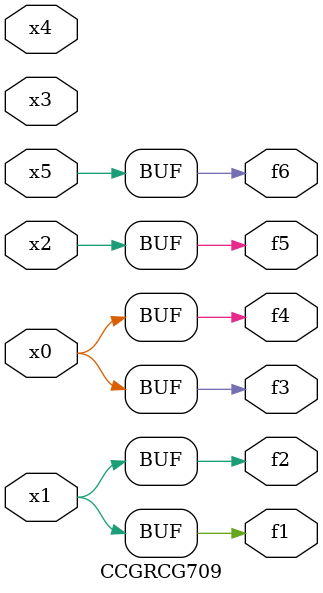
<source format=v>
module CCGRCG709(
	input x0, x1, x2, x3, x4, x5,
	output f1, f2, f3, f4, f5, f6
);
	assign f1 = x1;
	assign f2 = x1;
	assign f3 = x0;
	assign f4 = x0;
	assign f5 = x2;
	assign f6 = x5;
endmodule

</source>
